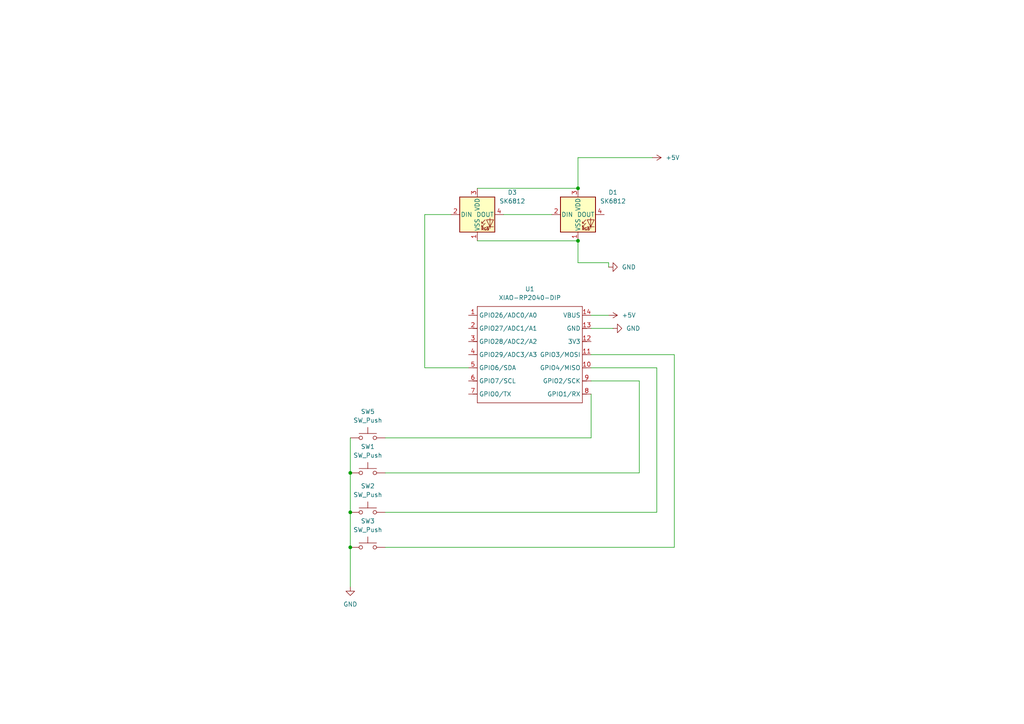
<source format=kicad_sch>
(kicad_sch
	(version 20250114)
	(generator "eeschema")
	(generator_version "9.0")
	(uuid "b55e37cd-c83c-43ab-a441-dc424e97ffdb")
	(paper "A4")
	(lib_symbols
		(symbol "LED:SK6812"
			(pin_names
				(offset 0.254)
			)
			(exclude_from_sim no)
			(in_bom yes)
			(on_board yes)
			(property "Reference" "D"
				(at 5.08 5.715 0)
				(effects
					(font
						(size 1.27 1.27)
					)
					(justify right bottom)
				)
			)
			(property "Value" "SK6812"
				(at 1.27 -5.715 0)
				(effects
					(font
						(size 1.27 1.27)
					)
					(justify left top)
				)
			)
			(property "Footprint" "LED_SMD:LED_SK6812_PLCC4_5.0x5.0mm_P3.2mm"
				(at 1.27 -7.62 0)
				(effects
					(font
						(size 1.27 1.27)
					)
					(justify left top)
					(hide yes)
				)
			)
			(property "Datasheet" "https://cdn-shop.adafruit.com/product-files/1138/SK6812+LED+datasheet+.pdf"
				(at 2.54 -9.525 0)
				(effects
					(font
						(size 1.27 1.27)
					)
					(justify left top)
					(hide yes)
				)
			)
			(property "Description" "RGB LED with integrated controller"
				(at 0 0 0)
				(effects
					(font
						(size 1.27 1.27)
					)
					(hide yes)
				)
			)
			(property "ki_keywords" "RGB LED NeoPixel addressable"
				(at 0 0 0)
				(effects
					(font
						(size 1.27 1.27)
					)
					(hide yes)
				)
			)
			(property "ki_fp_filters" "LED*SK6812*PLCC*5.0x5.0mm*P3.2mm*"
				(at 0 0 0)
				(effects
					(font
						(size 1.27 1.27)
					)
					(hide yes)
				)
			)
			(symbol "SK6812_0_0"
				(text "RGB"
					(at 2.286 -4.191 0)
					(effects
						(font
							(size 0.762 0.762)
						)
					)
				)
			)
			(symbol "SK6812_0_1"
				(polyline
					(pts
						(xy 1.27 -2.54) (xy 1.778 -2.54)
					)
					(stroke
						(width 0)
						(type default)
					)
					(fill
						(type none)
					)
				)
				(polyline
					(pts
						(xy 1.27 -3.556) (xy 1.778 -3.556)
					)
					(stroke
						(width 0)
						(type default)
					)
					(fill
						(type none)
					)
				)
				(polyline
					(pts
						(xy 2.286 -1.524) (xy 1.27 -2.54) (xy 1.27 -2.032)
					)
					(stroke
						(width 0)
						(type default)
					)
					(fill
						(type none)
					)
				)
				(polyline
					(pts
						(xy 2.286 -2.54) (xy 1.27 -3.556) (xy 1.27 -3.048)
					)
					(stroke
						(width 0)
						(type default)
					)
					(fill
						(type none)
					)
				)
				(polyline
					(pts
						(xy 3.683 -1.016) (xy 3.683 -3.556) (xy 3.683 -4.064)
					)
					(stroke
						(width 0)
						(type default)
					)
					(fill
						(type none)
					)
				)
				(polyline
					(pts
						(xy 4.699 -1.524) (xy 2.667 -1.524) (xy 3.683 -3.556) (xy 4.699 -1.524)
					)
					(stroke
						(width 0)
						(type default)
					)
					(fill
						(type none)
					)
				)
				(polyline
					(pts
						(xy 4.699 -3.556) (xy 2.667 -3.556)
					)
					(stroke
						(width 0)
						(type default)
					)
					(fill
						(type none)
					)
				)
				(rectangle
					(start 5.08 5.08)
					(end -5.08 -5.08)
					(stroke
						(width 0.254)
						(type default)
					)
					(fill
						(type background)
					)
				)
			)
			(symbol "SK6812_1_1"
				(pin input line
					(at -7.62 0 0)
					(length 2.54)
					(name "DIN"
						(effects
							(font
								(size 1.27 1.27)
							)
						)
					)
					(number "2"
						(effects
							(font
								(size 1.27 1.27)
							)
						)
					)
				)
				(pin power_in line
					(at 0 7.62 270)
					(length 2.54)
					(name "VDD"
						(effects
							(font
								(size 1.27 1.27)
							)
						)
					)
					(number "3"
						(effects
							(font
								(size 1.27 1.27)
							)
						)
					)
				)
				(pin power_in line
					(at 0 -7.62 90)
					(length 2.54)
					(name "VSS"
						(effects
							(font
								(size 1.27 1.27)
							)
						)
					)
					(number "1"
						(effects
							(font
								(size 1.27 1.27)
							)
						)
					)
				)
				(pin output line
					(at 7.62 0 180)
					(length 2.54)
					(name "DOUT"
						(effects
							(font
								(size 1.27 1.27)
							)
						)
					)
					(number "4"
						(effects
							(font
								(size 1.27 1.27)
							)
						)
					)
				)
			)
			(embedded_fonts no)
		)
		(symbol "OPL Libary:XIAO-RP2040-DIP"
			(exclude_from_sim no)
			(in_bom yes)
			(on_board yes)
			(property "Reference" "U"
				(at 0 0 0)
				(effects
					(font
						(size 1.27 1.27)
					)
				)
			)
			(property "Value" "XIAO-RP2040-DIP"
				(at 5.334 -1.778 0)
				(effects
					(font
						(size 1.27 1.27)
					)
				)
			)
			(property "Footprint" "Module:MOUDLE14P-XIAO-DIP-SMD"
				(at 14.478 -32.258 0)
				(effects
					(font
						(size 1.27 1.27)
					)
					(hide yes)
				)
			)
			(property "Datasheet" ""
				(at 0 0 0)
				(effects
					(font
						(size 1.27 1.27)
					)
					(hide yes)
				)
			)
			(property "Description" ""
				(at 0 0 0)
				(effects
					(font
						(size 1.27 1.27)
					)
					(hide yes)
				)
			)
			(symbol "XIAO-RP2040-DIP_1_0"
				(polyline
					(pts
						(xy -1.27 -2.54) (xy 29.21 -2.54)
					)
					(stroke
						(width 0.1524)
						(type solid)
					)
					(fill
						(type none)
					)
				)
				(polyline
					(pts
						(xy -1.27 -5.08) (xy -2.54 -5.08)
					)
					(stroke
						(width 0.1524)
						(type solid)
					)
					(fill
						(type none)
					)
				)
				(polyline
					(pts
						(xy -1.27 -5.08) (xy -1.27 -2.54)
					)
					(stroke
						(width 0.1524)
						(type solid)
					)
					(fill
						(type none)
					)
				)
				(polyline
					(pts
						(xy -1.27 -8.89) (xy -2.54 -8.89)
					)
					(stroke
						(width 0.1524)
						(type solid)
					)
					(fill
						(type none)
					)
				)
				(polyline
					(pts
						(xy -1.27 -8.89) (xy -1.27 -5.08)
					)
					(stroke
						(width 0.1524)
						(type solid)
					)
					(fill
						(type none)
					)
				)
				(polyline
					(pts
						(xy -1.27 -12.7) (xy -2.54 -12.7)
					)
					(stroke
						(width 0.1524)
						(type solid)
					)
					(fill
						(type none)
					)
				)
				(polyline
					(pts
						(xy -1.27 -12.7) (xy -1.27 -8.89)
					)
					(stroke
						(width 0.1524)
						(type solid)
					)
					(fill
						(type none)
					)
				)
				(polyline
					(pts
						(xy -1.27 -16.51) (xy -2.54 -16.51)
					)
					(stroke
						(width 0.1524)
						(type solid)
					)
					(fill
						(type none)
					)
				)
				(polyline
					(pts
						(xy -1.27 -16.51) (xy -1.27 -12.7)
					)
					(stroke
						(width 0.1524)
						(type solid)
					)
					(fill
						(type none)
					)
				)
				(polyline
					(pts
						(xy -1.27 -20.32) (xy -2.54 -20.32)
					)
					(stroke
						(width 0.1524)
						(type solid)
					)
					(fill
						(type none)
					)
				)
				(polyline
					(pts
						(xy -1.27 -24.13) (xy -2.54 -24.13)
					)
					(stroke
						(width 0.1524)
						(type solid)
					)
					(fill
						(type none)
					)
				)
				(polyline
					(pts
						(xy -1.27 -27.94) (xy -2.54 -27.94)
					)
					(stroke
						(width 0.1524)
						(type solid)
					)
					(fill
						(type none)
					)
				)
				(polyline
					(pts
						(xy -1.27 -30.48) (xy -1.27 -16.51)
					)
					(stroke
						(width 0.1524)
						(type solid)
					)
					(fill
						(type none)
					)
				)
				(polyline
					(pts
						(xy 29.21 -2.54) (xy 29.21 -5.08)
					)
					(stroke
						(width 0.1524)
						(type solid)
					)
					(fill
						(type none)
					)
				)
				(polyline
					(pts
						(xy 29.21 -5.08) (xy 29.21 -8.89)
					)
					(stroke
						(width 0.1524)
						(type solid)
					)
					(fill
						(type none)
					)
				)
				(polyline
					(pts
						(xy 29.21 -8.89) (xy 29.21 -12.7)
					)
					(stroke
						(width 0.1524)
						(type solid)
					)
					(fill
						(type none)
					)
				)
				(polyline
					(pts
						(xy 29.21 -12.7) (xy 29.21 -30.48)
					)
					(stroke
						(width 0.1524)
						(type solid)
					)
					(fill
						(type none)
					)
				)
				(polyline
					(pts
						(xy 29.21 -30.48) (xy -1.27 -30.48)
					)
					(stroke
						(width 0.1524)
						(type solid)
					)
					(fill
						(type none)
					)
				)
				(polyline
					(pts
						(xy 30.48 -5.08) (xy 29.21 -5.08)
					)
					(stroke
						(width 0.1524)
						(type solid)
					)
					(fill
						(type none)
					)
				)
				(polyline
					(pts
						(xy 30.48 -8.89) (xy 29.21 -8.89)
					)
					(stroke
						(width 0.1524)
						(type solid)
					)
					(fill
						(type none)
					)
				)
				(polyline
					(pts
						(xy 30.48 -12.7) (xy 29.21 -12.7)
					)
					(stroke
						(width 0.1524)
						(type solid)
					)
					(fill
						(type none)
					)
				)
				(polyline
					(pts
						(xy 30.48 -16.51) (xy 29.21 -16.51)
					)
					(stroke
						(width 0.1524)
						(type solid)
					)
					(fill
						(type none)
					)
				)
				(polyline
					(pts
						(xy 30.48 -20.32) (xy 29.21 -20.32)
					)
					(stroke
						(width 0.1524)
						(type solid)
					)
					(fill
						(type none)
					)
				)
				(polyline
					(pts
						(xy 30.48 -24.13) (xy 29.21 -24.13)
					)
					(stroke
						(width 0.1524)
						(type solid)
					)
					(fill
						(type none)
					)
				)
				(polyline
					(pts
						(xy 30.48 -27.94) (xy 29.21 -27.94)
					)
					(stroke
						(width 0.1524)
						(type solid)
					)
					(fill
						(type none)
					)
				)
				(pin passive line
					(at -3.81 -5.08 0)
					(length 2.54)
					(name "GPIO26/ADC0/A0"
						(effects
							(font
								(size 1.27 1.27)
							)
						)
					)
					(number "1"
						(effects
							(font
								(size 1.27 1.27)
							)
						)
					)
				)
				(pin passive line
					(at -3.81 -8.89 0)
					(length 2.54)
					(name "GPIO27/ADC1/A1"
						(effects
							(font
								(size 1.27 1.27)
							)
						)
					)
					(number "2"
						(effects
							(font
								(size 1.27 1.27)
							)
						)
					)
				)
				(pin passive line
					(at -3.81 -12.7 0)
					(length 2.54)
					(name "GPIO28/ADC2/A2"
						(effects
							(font
								(size 1.27 1.27)
							)
						)
					)
					(number "3"
						(effects
							(font
								(size 1.27 1.27)
							)
						)
					)
				)
				(pin passive line
					(at -3.81 -16.51 0)
					(length 2.54)
					(name "GPIO29/ADC3/A3"
						(effects
							(font
								(size 1.27 1.27)
							)
						)
					)
					(number "4"
						(effects
							(font
								(size 1.27 1.27)
							)
						)
					)
				)
				(pin passive line
					(at -3.81 -20.32 0)
					(length 2.54)
					(name "GPIO6/SDA"
						(effects
							(font
								(size 1.27 1.27)
							)
						)
					)
					(number "5"
						(effects
							(font
								(size 1.27 1.27)
							)
						)
					)
				)
				(pin passive line
					(at -3.81 -24.13 0)
					(length 2.54)
					(name "GPIO7/SCL"
						(effects
							(font
								(size 1.27 1.27)
							)
						)
					)
					(number "6"
						(effects
							(font
								(size 1.27 1.27)
							)
						)
					)
				)
				(pin passive line
					(at -3.81 -27.94 0)
					(length 2.54)
					(name "GPIO0/TX"
						(effects
							(font
								(size 1.27 1.27)
							)
						)
					)
					(number "7"
						(effects
							(font
								(size 1.27 1.27)
							)
						)
					)
				)
				(pin passive line
					(at 31.75 -5.08 180)
					(length 2.54)
					(name "VBUS"
						(effects
							(font
								(size 1.27 1.27)
							)
						)
					)
					(number "14"
						(effects
							(font
								(size 1.27 1.27)
							)
						)
					)
				)
				(pin passive line
					(at 31.75 -8.89 180)
					(length 2.54)
					(name "GND"
						(effects
							(font
								(size 1.27 1.27)
							)
						)
					)
					(number "13"
						(effects
							(font
								(size 1.27 1.27)
							)
						)
					)
				)
				(pin passive line
					(at 31.75 -12.7 180)
					(length 2.54)
					(name "3V3"
						(effects
							(font
								(size 1.27 1.27)
							)
						)
					)
					(number "12"
						(effects
							(font
								(size 1.27 1.27)
							)
						)
					)
				)
				(pin passive line
					(at 31.75 -16.51 180)
					(length 2.54)
					(name "GPIO3/MOSI"
						(effects
							(font
								(size 1.27 1.27)
							)
						)
					)
					(number "11"
						(effects
							(font
								(size 1.27 1.27)
							)
						)
					)
				)
				(pin passive line
					(at 31.75 -20.32 180)
					(length 2.54)
					(name "GPIO4/MISO"
						(effects
							(font
								(size 1.27 1.27)
							)
						)
					)
					(number "10"
						(effects
							(font
								(size 1.27 1.27)
							)
						)
					)
				)
				(pin passive line
					(at 31.75 -24.13 180)
					(length 2.54)
					(name "GPIO2/SCK"
						(effects
							(font
								(size 1.27 1.27)
							)
						)
					)
					(number "9"
						(effects
							(font
								(size 1.27 1.27)
							)
						)
					)
				)
				(pin passive line
					(at 31.75 -27.94 180)
					(length 2.54)
					(name "GPIO1/RX"
						(effects
							(font
								(size 1.27 1.27)
							)
						)
					)
					(number "8"
						(effects
							(font
								(size 1.27 1.27)
							)
						)
					)
				)
			)
			(embedded_fonts no)
		)
		(symbol "Switch:SW_Push"
			(pin_numbers
				(hide yes)
			)
			(pin_names
				(offset 1.016)
				(hide yes)
			)
			(exclude_from_sim no)
			(in_bom yes)
			(on_board yes)
			(property "Reference" "SW"
				(at 1.27 2.54 0)
				(effects
					(font
						(size 1.27 1.27)
					)
					(justify left)
				)
			)
			(property "Value" "SW_Push"
				(at 0 -1.524 0)
				(effects
					(font
						(size 1.27 1.27)
					)
				)
			)
			(property "Footprint" ""
				(at 0 5.08 0)
				(effects
					(font
						(size 1.27 1.27)
					)
					(hide yes)
				)
			)
			(property "Datasheet" "~"
				(at 0 5.08 0)
				(effects
					(font
						(size 1.27 1.27)
					)
					(hide yes)
				)
			)
			(property "Description" "Push button switch, generic, two pins"
				(at 0 0 0)
				(effects
					(font
						(size 1.27 1.27)
					)
					(hide yes)
				)
			)
			(property "ki_keywords" "switch normally-open pushbutton push-button"
				(at 0 0 0)
				(effects
					(font
						(size 1.27 1.27)
					)
					(hide yes)
				)
			)
			(symbol "SW_Push_0_1"
				(circle
					(center -2.032 0)
					(radius 0.508)
					(stroke
						(width 0)
						(type default)
					)
					(fill
						(type none)
					)
				)
				(polyline
					(pts
						(xy 0 1.27) (xy 0 3.048)
					)
					(stroke
						(width 0)
						(type default)
					)
					(fill
						(type none)
					)
				)
				(circle
					(center 2.032 0)
					(radius 0.508)
					(stroke
						(width 0)
						(type default)
					)
					(fill
						(type none)
					)
				)
				(polyline
					(pts
						(xy 2.54 1.27) (xy -2.54 1.27)
					)
					(stroke
						(width 0)
						(type default)
					)
					(fill
						(type none)
					)
				)
				(pin passive line
					(at -5.08 0 0)
					(length 2.54)
					(name "1"
						(effects
							(font
								(size 1.27 1.27)
							)
						)
					)
					(number "1"
						(effects
							(font
								(size 1.27 1.27)
							)
						)
					)
				)
				(pin passive line
					(at 5.08 0 180)
					(length 2.54)
					(name "2"
						(effects
							(font
								(size 1.27 1.27)
							)
						)
					)
					(number "2"
						(effects
							(font
								(size 1.27 1.27)
							)
						)
					)
				)
			)
			(embedded_fonts no)
		)
		(symbol "power:+5V"
			(power)
			(pin_numbers
				(hide yes)
			)
			(pin_names
				(offset 0)
				(hide yes)
			)
			(exclude_from_sim no)
			(in_bom yes)
			(on_board yes)
			(property "Reference" "#PWR"
				(at 0 -3.81 0)
				(effects
					(font
						(size 1.27 1.27)
					)
					(hide yes)
				)
			)
			(property "Value" "+5V"
				(at 0 3.556 0)
				(effects
					(font
						(size 1.27 1.27)
					)
				)
			)
			(property "Footprint" ""
				(at 0 0 0)
				(effects
					(font
						(size 1.27 1.27)
					)
					(hide yes)
				)
			)
			(property "Datasheet" ""
				(at 0 0 0)
				(effects
					(font
						(size 1.27 1.27)
					)
					(hide yes)
				)
			)
			(property "Description" "Power symbol creates a global label with name \"+5V\""
				(at 0 0 0)
				(effects
					(font
						(size 1.27 1.27)
					)
					(hide yes)
				)
			)
			(property "ki_keywords" "global power"
				(at 0 0 0)
				(effects
					(font
						(size 1.27 1.27)
					)
					(hide yes)
				)
			)
			(symbol "+5V_0_1"
				(polyline
					(pts
						(xy -0.762 1.27) (xy 0 2.54)
					)
					(stroke
						(width 0)
						(type default)
					)
					(fill
						(type none)
					)
				)
				(polyline
					(pts
						(xy 0 2.54) (xy 0.762 1.27)
					)
					(stroke
						(width 0)
						(type default)
					)
					(fill
						(type none)
					)
				)
				(polyline
					(pts
						(xy 0 0) (xy 0 2.54)
					)
					(stroke
						(width 0)
						(type default)
					)
					(fill
						(type none)
					)
				)
			)
			(symbol "+5V_1_1"
				(pin power_in line
					(at 0 0 90)
					(length 0)
					(name "~"
						(effects
							(font
								(size 1.27 1.27)
							)
						)
					)
					(number "1"
						(effects
							(font
								(size 1.27 1.27)
							)
						)
					)
				)
			)
			(embedded_fonts no)
		)
		(symbol "power:GND"
			(power)
			(pin_numbers
				(hide yes)
			)
			(pin_names
				(offset 0)
				(hide yes)
			)
			(exclude_from_sim no)
			(in_bom yes)
			(on_board yes)
			(property "Reference" "#PWR"
				(at 0 -6.35 0)
				(effects
					(font
						(size 1.27 1.27)
					)
					(hide yes)
				)
			)
			(property "Value" "GND"
				(at 0 -3.81 0)
				(effects
					(font
						(size 1.27 1.27)
					)
				)
			)
			(property "Footprint" ""
				(at 0 0 0)
				(effects
					(font
						(size 1.27 1.27)
					)
					(hide yes)
				)
			)
			(property "Datasheet" ""
				(at 0 0 0)
				(effects
					(font
						(size 1.27 1.27)
					)
					(hide yes)
				)
			)
			(property "Description" "Power symbol creates a global label with name \"GND\" , ground"
				(at 0 0 0)
				(effects
					(font
						(size 1.27 1.27)
					)
					(hide yes)
				)
			)
			(property "ki_keywords" "global power"
				(at 0 0 0)
				(effects
					(font
						(size 1.27 1.27)
					)
					(hide yes)
				)
			)
			(symbol "GND_0_1"
				(polyline
					(pts
						(xy 0 0) (xy 0 -1.27) (xy 1.27 -1.27) (xy 0 -2.54) (xy -1.27 -1.27) (xy 0 -1.27)
					)
					(stroke
						(width 0)
						(type default)
					)
					(fill
						(type none)
					)
				)
			)
			(symbol "GND_1_1"
				(pin power_in line
					(at 0 0 270)
					(length 0)
					(name "~"
						(effects
							(font
								(size 1.27 1.27)
							)
						)
					)
					(number "1"
						(effects
							(font
								(size 1.27 1.27)
							)
						)
					)
				)
			)
			(embedded_fonts no)
		)
	)
	(junction
		(at 101.6 148.59)
		(diameter 0)
		(color 0 0 0 0)
		(uuid "21095727-17c1-42fe-881b-778b2a224de0")
	)
	(junction
		(at 167.64 54.61)
		(diameter 0)
		(color 0 0 0 0)
		(uuid "616f4a93-dcc0-48a8-989c-fd79069648ee")
	)
	(junction
		(at 101.6 137.16)
		(diameter 0)
		(color 0 0 0 0)
		(uuid "b7e59087-2aea-4bdf-a885-67544344831f")
	)
	(junction
		(at 167.64 69.85)
		(diameter 0)
		(color 0 0 0 0)
		(uuid "bf387c7e-a70b-4d24-84d2-c8b3c7f5a0cf")
	)
	(junction
		(at 101.6 158.75)
		(diameter 0)
		(color 0 0 0 0)
		(uuid "eb1b5907-1763-489d-893f-28233de50f25")
	)
	(wire
		(pts
			(xy 111.76 137.16) (xy 185.42 137.16)
		)
		(stroke
			(width 0)
			(type default)
		)
		(uuid "0f7fbb93-a66c-4588-981b-c54bcc703c70")
	)
	(wire
		(pts
			(xy 135.89 106.68) (xy 123.19 106.68)
		)
		(stroke
			(width 0)
			(type default)
		)
		(uuid "116d4e4d-5138-4a6b-81d5-70394a386fb6")
	)
	(wire
		(pts
			(xy 171.45 95.25) (xy 177.8 95.25)
		)
		(stroke
			(width 0)
			(type default)
		)
		(uuid "1171ecd3-18a2-478f-90e1-6e4de4f4af27")
	)
	(wire
		(pts
			(xy 176.53 76.2) (xy 176.53 77.47)
		)
		(stroke
			(width 0)
			(type default)
		)
		(uuid "206211de-2ce9-463e-88fb-236a6a122a39")
	)
	(wire
		(pts
			(xy 111.76 148.59) (xy 190.5 148.59)
		)
		(stroke
			(width 0)
			(type default)
		)
		(uuid "221b0d05-c175-40ef-8c37-4e72714527f0")
	)
	(wire
		(pts
			(xy 138.43 69.85) (xy 167.64 69.85)
		)
		(stroke
			(width 0)
			(type default)
		)
		(uuid "23295ffd-c178-4525-9f06-96d5deec414c")
	)
	(wire
		(pts
			(xy 185.42 137.16) (xy 185.42 110.49)
		)
		(stroke
			(width 0)
			(type default)
		)
		(uuid "250414d1-b311-41d5-a5c5-5d200dc8d512")
	)
	(wire
		(pts
			(xy 146.05 62.23) (xy 160.02 62.23)
		)
		(stroke
			(width 0)
			(type default)
		)
		(uuid "26f29dbc-aeb1-429c-8886-c7c928c02444")
	)
	(wire
		(pts
			(xy 189.23 45.72) (xy 167.64 45.72)
		)
		(stroke
			(width 0)
			(type default)
		)
		(uuid "27785540-a4d0-4401-bf02-5b8d389a86fa")
	)
	(wire
		(pts
			(xy 138.43 54.61) (xy 167.64 54.61)
		)
		(stroke
			(width 0)
			(type default)
		)
		(uuid "2da727b4-8ba2-420c-98a0-f5d7055fdc54")
	)
	(wire
		(pts
			(xy 130.81 62.23) (xy 123.19 62.23)
		)
		(stroke
			(width 0)
			(type default)
		)
		(uuid "5fe51468-cf7b-4dd1-86d8-85541dd5e6a7")
	)
	(wire
		(pts
			(xy 171.45 127) (xy 171.45 114.3)
		)
		(stroke
			(width 0)
			(type default)
		)
		(uuid "6f45c6b1-00bb-4ba1-bff2-e595dabd0b39")
	)
	(wire
		(pts
			(xy 167.64 76.2) (xy 176.53 76.2)
		)
		(stroke
			(width 0)
			(type default)
		)
		(uuid "7990ec95-dd0e-459a-9f93-6333b870d6de")
	)
	(wire
		(pts
			(xy 101.6 137.16) (xy 101.6 148.59)
		)
		(stroke
			(width 0)
			(type default)
		)
		(uuid "7ae94077-5dd6-49c0-8c98-4e73e10a3965")
	)
	(wire
		(pts
			(xy 167.64 69.85) (xy 167.64 76.2)
		)
		(stroke
			(width 0)
			(type default)
		)
		(uuid "92c7da84-7c1b-455b-89f4-a60bc4823da5")
	)
	(wire
		(pts
			(xy 195.58 158.75) (xy 195.58 102.87)
		)
		(stroke
			(width 0)
			(type default)
		)
		(uuid "a66967e0-27aa-403e-86af-ed097d097197")
	)
	(wire
		(pts
			(xy 101.6 127) (xy 101.6 137.16)
		)
		(stroke
			(width 0)
			(type default)
		)
		(uuid "a8be1703-0c29-44b3-aa65-8adf1627e186")
	)
	(wire
		(pts
			(xy 101.6 158.75) (xy 101.6 170.18)
		)
		(stroke
			(width 0)
			(type default)
		)
		(uuid "aba8b2da-4312-470a-b0b5-b673476b75a5")
	)
	(wire
		(pts
			(xy 185.42 110.49) (xy 171.45 110.49)
		)
		(stroke
			(width 0)
			(type default)
		)
		(uuid "d88408d8-216a-4af3-9b74-04dbe3cb805c")
	)
	(wire
		(pts
			(xy 190.5 106.68) (xy 171.45 106.68)
		)
		(stroke
			(width 0)
			(type default)
		)
		(uuid "db63fa8b-bda2-4647-9a67-70e6ead53175")
	)
	(wire
		(pts
			(xy 111.76 158.75) (xy 195.58 158.75)
		)
		(stroke
			(width 0)
			(type default)
		)
		(uuid "dce5f051-4a61-4c90-8315-00dd3c54d585")
	)
	(wire
		(pts
			(xy 171.45 91.44) (xy 176.53 91.44)
		)
		(stroke
			(width 0)
			(type default)
		)
		(uuid "df8ece23-bf79-426f-9944-919339c878eb")
	)
	(wire
		(pts
			(xy 167.64 45.72) (xy 167.64 54.61)
		)
		(stroke
			(width 0)
			(type default)
		)
		(uuid "e4dede35-0b23-44e7-9ab8-02877bae03eb")
	)
	(wire
		(pts
			(xy 111.76 127) (xy 171.45 127)
		)
		(stroke
			(width 0)
			(type default)
		)
		(uuid "f1a9ec6f-6c9e-44af-b924-d4686916a55c")
	)
	(wire
		(pts
			(xy 123.19 62.23) (xy 123.19 106.68)
		)
		(stroke
			(width 0)
			(type default)
		)
		(uuid "fa6149e7-bdac-4909-b48f-38fdf2a95f24")
	)
	(wire
		(pts
			(xy 101.6 148.59) (xy 101.6 158.75)
		)
		(stroke
			(width 0)
			(type default)
		)
		(uuid "fbc75f1b-9543-4de7-9040-efb3cacded8c")
	)
	(wire
		(pts
			(xy 190.5 148.59) (xy 190.5 106.68)
		)
		(stroke
			(width 0)
			(type default)
		)
		(uuid "fc34424a-c98d-4b25-af9c-eb7687c79832")
	)
	(wire
		(pts
			(xy 195.58 102.87) (xy 171.45 102.87)
		)
		(stroke
			(width 0)
			(type default)
		)
		(uuid "ff2cc02a-199f-496b-a858-5a1b8329455d")
	)
	(symbol
		(lib_id "Switch:SW_Push")
		(at 106.68 137.16 0)
		(unit 1)
		(exclude_from_sim no)
		(in_bom yes)
		(on_board yes)
		(dnp no)
		(fields_autoplaced yes)
		(uuid "008fc1e1-d70a-4bef-8cd9-64ab3f388e9b")
		(property "Reference" "SW1"
			(at 106.68 129.54 0)
			(effects
				(font
					(size 1.27 1.27)
				)
			)
		)
		(property "Value" "SW_Push"
			(at 106.68 132.08 0)
			(effects
				(font
					(size 1.27 1.27)
				)
			)
		)
		(property "Footprint" "Button_Switch_Keyboard:SW_Cherry_MX_1.00u_PCB"
			(at 106.68 132.08 0)
			(effects
				(font
					(size 1.27 1.27)
				)
				(hide yes)
			)
		)
		(property "Datasheet" "~"
			(at 106.68 132.08 0)
			(effects
				(font
					(size 1.27 1.27)
				)
				(hide yes)
			)
		)
		(property "Description" "Push button switch, generic, two pins"
			(at 106.68 137.16 0)
			(effects
				(font
					(size 1.27 1.27)
				)
				(hide yes)
			)
		)
		(pin "1"
			(uuid "9a4bfb14-151f-4e73-9516-99cd96110715")
		)
		(pin "2"
			(uuid "6d168d60-e59e-4194-9b85-3a066893b259")
		)
		(instances
			(project "ki"
				(path "/b55e37cd-c83c-43ab-a441-dc424e97ffdb"
					(reference "SW1")
					(unit 1)
				)
			)
		)
	)
	(symbol
		(lib_id "power:GND")
		(at 176.53 77.47 90)
		(unit 1)
		(exclude_from_sim no)
		(in_bom yes)
		(on_board yes)
		(dnp no)
		(fields_autoplaced yes)
		(uuid "3eda3115-293a-4309-bf0c-8c280308f837")
		(property "Reference" "#PWR05"
			(at 182.88 77.47 0)
			(effects
				(font
					(size 1.27 1.27)
				)
				(hide yes)
			)
		)
		(property "Value" "GND"
			(at 180.34 77.4699 90)
			(effects
				(font
					(size 1.27 1.27)
				)
				(justify right)
			)
		)
		(property "Footprint" ""
			(at 176.53 77.47 0)
			(effects
				(font
					(size 1.27 1.27)
				)
				(hide yes)
			)
		)
		(property "Datasheet" ""
			(at 176.53 77.47 0)
			(effects
				(font
					(size 1.27 1.27)
				)
				(hide yes)
			)
		)
		(property "Description" "Power symbol creates a global label with name \"GND\" , ground"
			(at 176.53 77.47 0)
			(effects
				(font
					(size 1.27 1.27)
				)
				(hide yes)
			)
		)
		(pin "1"
			(uuid "9a66a6e9-f3f7-4cf5-9e57-4f46de9b7547")
		)
		(instances
			(project "ki"
				(path "/b55e37cd-c83c-43ab-a441-dc424e97ffdb"
					(reference "#PWR05")
					(unit 1)
				)
			)
		)
	)
	(symbol
		(lib_id "OPL Libary:XIAO-RP2040-DIP")
		(at 139.7 86.36 0)
		(unit 1)
		(exclude_from_sim no)
		(in_bom yes)
		(on_board yes)
		(dnp no)
		(fields_autoplaced yes)
		(uuid "4b5337be-f9cb-42d3-8845-c802406a473d")
		(property "Reference" "U1"
			(at 153.67 83.82 0)
			(effects
				(font
					(size 1.27 1.27)
				)
			)
		)
		(property "Value" "XIAO-RP2040-DIP"
			(at 153.67 86.36 0)
			(effects
				(font
					(size 1.27 1.27)
				)
			)
		)
		(property "Footprint" "OPL Lib:XIAO-RP2040-DIP"
			(at 154.178 118.618 0)
			(effects
				(font
					(size 1.27 1.27)
				)
				(hide yes)
			)
		)
		(property "Datasheet" ""
			(at 139.7 86.36 0)
			(effects
				(font
					(size 1.27 1.27)
				)
				(hide yes)
			)
		)
		(property "Description" ""
			(at 139.7 86.36 0)
			(effects
				(font
					(size 1.27 1.27)
				)
				(hide yes)
			)
		)
		(pin "12"
			(uuid "cc9c7fff-3506-469d-b48f-03e19ff74036")
		)
		(pin "10"
			(uuid "5d919532-b91f-4b07-9fad-4730a32a3054")
		)
		(pin "1"
			(uuid "c1338f39-a615-4f20-a3be-532f7be5307d")
		)
		(pin "2"
			(uuid "dcc7b094-368b-4bc2-92e0-2ff038001f65")
		)
		(pin "3"
			(uuid "496da921-b703-4ab4-8d0b-14cd06db9a85")
		)
		(pin "5"
			(uuid "7c94befa-ed41-42de-abfd-23cf628c6877")
		)
		(pin "14"
			(uuid "81acc607-a7e4-409d-8659-390ab58003f3")
		)
		(pin "4"
			(uuid "a4021280-131d-4d42-a645-b0683aa3ca0b")
		)
		(pin "13"
			(uuid "6f2a4d01-0698-4e20-bd1a-3d245947e29b")
		)
		(pin "6"
			(uuid "a6953b70-29db-48d1-aa5e-c110e62f3e96")
		)
		(pin "7"
			(uuid "1f3a2f04-d3eb-484c-9b79-abf31d5a0511")
		)
		(pin "11"
			(uuid "41c5f268-01ea-4c0f-b21d-fc85262a5190")
		)
		(pin "9"
			(uuid "0b4cad60-5434-4959-bdcb-16bad7c54c8f")
		)
		(pin "8"
			(uuid "67121cb3-6650-431d-b65a-689fd1fc9d41")
		)
		(instances
			(project ""
				(path "/b55e37cd-c83c-43ab-a441-dc424e97ffdb"
					(reference "U1")
					(unit 1)
				)
			)
		)
	)
	(symbol
		(lib_id "LED:SK6812")
		(at 138.43 62.23 0)
		(unit 1)
		(exclude_from_sim no)
		(in_bom yes)
		(on_board yes)
		(dnp no)
		(fields_autoplaced yes)
		(uuid "6b2c1f64-c6b4-467b-aee0-2d82eba0fd5a")
		(property "Reference" "D3"
			(at 148.59 55.8098 0)
			(effects
				(font
					(size 1.27 1.27)
				)
			)
		)
		(property "Value" "SK6812"
			(at 148.59 58.3498 0)
			(effects
				(font
					(size 1.27 1.27)
				)
			)
		)
		(property "Footprint" "LED_SMD:LED_SK6812MINI_PLCC4_3.5x3.5mm_P1.75mm"
			(at 139.7 69.85 0)
			(effects
				(font
					(size 1.27 1.27)
				)
				(justify left top)
				(hide yes)
			)
		)
		(property "Datasheet" "https://cdn-shop.adafruit.com/product-files/1138/SK6812+LED+datasheet+.pdf"
			(at 140.97 71.755 0)
			(effects
				(font
					(size 1.27 1.27)
				)
				(justify left top)
				(hide yes)
			)
		)
		(property "Description" "RGB LED with integrated controller"
			(at 138.43 62.23 0)
			(effects
				(font
					(size 1.27 1.27)
				)
				(hide yes)
			)
		)
		(pin "2"
			(uuid "50b90853-c04f-4dba-a61b-35ffaec88799")
		)
		(pin "3"
			(uuid "53e1d9f9-93d0-4637-81c8-ce7b6437bc82")
		)
		(pin "1"
			(uuid "91266238-b588-414b-a455-83a4d3f20eb3")
		)
		(pin "4"
			(uuid "a9708682-56bf-420e-89ac-abd097f869e6")
		)
		(instances
			(project ""
				(path "/b55e37cd-c83c-43ab-a441-dc424e97ffdb"
					(reference "D3")
					(unit 1)
				)
			)
		)
	)
	(symbol
		(lib_id "power:GND")
		(at 177.8 95.25 90)
		(unit 1)
		(exclude_from_sim no)
		(in_bom yes)
		(on_board yes)
		(dnp no)
		(fields_autoplaced yes)
		(uuid "6b65dcd9-ecff-42b6-bed2-0d78626eca24")
		(property "Reference" "#PWR02"
			(at 184.15 95.25 0)
			(effects
				(font
					(size 1.27 1.27)
				)
				(hide yes)
			)
		)
		(property "Value" "GND"
			(at 181.61 95.2499 90)
			(effects
				(font
					(size 1.27 1.27)
				)
				(justify right)
			)
		)
		(property "Footprint" ""
			(at 177.8 95.25 0)
			(effects
				(font
					(size 1.27 1.27)
				)
				(hide yes)
			)
		)
		(property "Datasheet" ""
			(at 177.8 95.25 0)
			(effects
				(font
					(size 1.27 1.27)
				)
				(hide yes)
			)
		)
		(property "Description" "Power symbol creates a global label with name \"GND\" , ground"
			(at 177.8 95.25 0)
			(effects
				(font
					(size 1.27 1.27)
				)
				(hide yes)
			)
		)
		(pin "1"
			(uuid "519b9c84-4ad0-49f6-864c-f4789384e1a3")
		)
		(instances
			(project ""
				(path "/b55e37cd-c83c-43ab-a441-dc424e97ffdb"
					(reference "#PWR02")
					(unit 1)
				)
			)
		)
	)
	(symbol
		(lib_id "power:GND")
		(at 101.6 170.18 0)
		(unit 1)
		(exclude_from_sim no)
		(in_bom yes)
		(on_board yes)
		(dnp no)
		(fields_autoplaced yes)
		(uuid "97ca771d-849c-4ba0-9f2c-d36a8fe3deb7")
		(property "Reference" "#PWR04"
			(at 101.6 176.53 0)
			(effects
				(font
					(size 1.27 1.27)
				)
				(hide yes)
			)
		)
		(property "Value" "GND"
			(at 101.6 175.26 0)
			(effects
				(font
					(size 1.27 1.27)
				)
			)
		)
		(property "Footprint" ""
			(at 101.6 170.18 0)
			(effects
				(font
					(size 1.27 1.27)
				)
				(hide yes)
			)
		)
		(property "Datasheet" ""
			(at 101.6 170.18 0)
			(effects
				(font
					(size 1.27 1.27)
				)
				(hide yes)
			)
		)
		(property "Description" "Power symbol creates a global label with name \"GND\" , ground"
			(at 101.6 170.18 0)
			(effects
				(font
					(size 1.27 1.27)
				)
				(hide yes)
			)
		)
		(pin "1"
			(uuid "0e5c93d1-8c61-4c43-99d3-af574d98a422")
		)
		(instances
			(project "ki"
				(path "/b55e37cd-c83c-43ab-a441-dc424e97ffdb"
					(reference "#PWR04")
					(unit 1)
				)
			)
		)
	)
	(symbol
		(lib_id "power:+5V")
		(at 189.23 45.72 270)
		(unit 1)
		(exclude_from_sim no)
		(in_bom yes)
		(on_board yes)
		(dnp no)
		(fields_autoplaced yes)
		(uuid "a17106f5-f49a-4a2f-a928-8b7317ccdf45")
		(property "Reference" "#PWR03"
			(at 185.42 45.72 0)
			(effects
				(font
					(size 1.27 1.27)
				)
				(hide yes)
			)
		)
		(property "Value" "+5V"
			(at 193.04 45.7199 90)
			(effects
				(font
					(size 1.27 1.27)
				)
				(justify left)
			)
		)
		(property "Footprint" ""
			(at 189.23 45.72 0)
			(effects
				(font
					(size 1.27 1.27)
				)
				(hide yes)
			)
		)
		(property "Datasheet" ""
			(at 189.23 45.72 0)
			(effects
				(font
					(size 1.27 1.27)
				)
				(hide yes)
			)
		)
		(property "Description" "Power symbol creates a global label with name \"+5V\""
			(at 189.23 45.72 0)
			(effects
				(font
					(size 1.27 1.27)
				)
				(hide yes)
			)
		)
		(pin "1"
			(uuid "fe969db1-a3ce-42d7-b96d-c97ea1458237")
		)
		(instances
			(project "ki"
				(path "/b55e37cd-c83c-43ab-a441-dc424e97ffdb"
					(reference "#PWR03")
					(unit 1)
				)
			)
		)
	)
	(symbol
		(lib_id "Switch:SW_Push")
		(at 106.68 148.59 0)
		(unit 1)
		(exclude_from_sim no)
		(in_bom yes)
		(on_board yes)
		(dnp no)
		(fields_autoplaced yes)
		(uuid "bacc159d-db89-4acd-a4a5-08e010aaad70")
		(property "Reference" "SW2"
			(at 106.68 140.97 0)
			(effects
				(font
					(size 1.27 1.27)
				)
			)
		)
		(property "Value" "SW_Push"
			(at 106.68 143.51 0)
			(effects
				(font
					(size 1.27 1.27)
				)
			)
		)
		(property "Footprint" "Button_Switch_Keyboard:SW_Cherry_MX_1.00u_PCB"
			(at 106.68 143.51 0)
			(effects
				(font
					(size 1.27 1.27)
				)
				(hide yes)
			)
		)
		(property "Datasheet" "~"
			(at 106.68 143.51 0)
			(effects
				(font
					(size 1.27 1.27)
				)
				(hide yes)
			)
		)
		(property "Description" "Push button switch, generic, two pins"
			(at 106.68 148.59 0)
			(effects
				(font
					(size 1.27 1.27)
				)
				(hide yes)
			)
		)
		(pin "1"
			(uuid "a43b87e8-7574-4203-8508-8e535098217a")
		)
		(pin "2"
			(uuid "14b71fbd-0217-4df6-aab5-8f116408e458")
		)
		(instances
			(project "ki"
				(path "/b55e37cd-c83c-43ab-a441-dc424e97ffdb"
					(reference "SW2")
					(unit 1)
				)
			)
		)
	)
	(symbol
		(lib_id "power:+5V")
		(at 176.53 91.44 270)
		(unit 1)
		(exclude_from_sim no)
		(in_bom yes)
		(on_board yes)
		(dnp no)
		(fields_autoplaced yes)
		(uuid "c349c53a-4cc9-4f74-a47d-a1ca440f3f10")
		(property "Reference" "#PWR01"
			(at 172.72 91.44 0)
			(effects
				(font
					(size 1.27 1.27)
				)
				(hide yes)
			)
		)
		(property "Value" "+5V"
			(at 180.34 91.4399 90)
			(effects
				(font
					(size 1.27 1.27)
				)
				(justify left)
			)
		)
		(property "Footprint" ""
			(at 176.53 91.44 0)
			(effects
				(font
					(size 1.27 1.27)
				)
				(hide yes)
			)
		)
		(property "Datasheet" ""
			(at 176.53 91.44 0)
			(effects
				(font
					(size 1.27 1.27)
				)
				(hide yes)
			)
		)
		(property "Description" "Power symbol creates a global label with name \"+5V\""
			(at 176.53 91.44 0)
			(effects
				(font
					(size 1.27 1.27)
				)
				(hide yes)
			)
		)
		(pin "1"
			(uuid "88463745-5705-4a52-a7c8-ec4dceeeaeb0")
		)
		(instances
			(project ""
				(path "/b55e37cd-c83c-43ab-a441-dc424e97ffdb"
					(reference "#PWR01")
					(unit 1)
				)
			)
		)
	)
	(symbol
		(lib_id "Switch:SW_Push")
		(at 106.68 127 0)
		(unit 1)
		(exclude_from_sim no)
		(in_bom yes)
		(on_board yes)
		(dnp no)
		(fields_autoplaced yes)
		(uuid "c4586af2-26d2-4708-b2db-5a5253d2f290")
		(property "Reference" "SW5"
			(at 106.68 119.38 0)
			(effects
				(font
					(size 1.27 1.27)
				)
			)
		)
		(property "Value" "SW_Push"
			(at 106.68 121.92 0)
			(effects
				(font
					(size 1.27 1.27)
				)
			)
		)
		(property "Footprint" "Button_Switch_Keyboard:SW_Cherry_MX_1.00u_PCB"
			(at 106.68 121.92 0)
			(effects
				(font
					(size 1.27 1.27)
				)
				(hide yes)
			)
		)
		(property "Datasheet" "~"
			(at 106.68 121.92 0)
			(effects
				(font
					(size 1.27 1.27)
				)
				(hide yes)
			)
		)
		(property "Description" "Push button switch, generic, two pins"
			(at 106.68 127 0)
			(effects
				(font
					(size 1.27 1.27)
				)
				(hide yes)
			)
		)
		(pin "1"
			(uuid "41b57893-0f57-485e-986d-512cc58c1b6b")
		)
		(pin "2"
			(uuid "4477be49-5677-4434-93fa-6386bc1e9902")
		)
		(instances
			(project ""
				(path "/b55e37cd-c83c-43ab-a441-dc424e97ffdb"
					(reference "SW5")
					(unit 1)
				)
			)
		)
	)
	(symbol
		(lib_id "LED:SK6812")
		(at 167.64 62.23 0)
		(unit 1)
		(exclude_from_sim no)
		(in_bom yes)
		(on_board yes)
		(dnp no)
		(fields_autoplaced yes)
		(uuid "e6e8bea1-b5d5-4671-8808-4ada2d85e02d")
		(property "Reference" "D1"
			(at 177.8 55.8098 0)
			(effects
				(font
					(size 1.27 1.27)
				)
			)
		)
		(property "Value" "SK6812"
			(at 177.8 58.3498 0)
			(effects
				(font
					(size 1.27 1.27)
				)
			)
		)
		(property "Footprint" "LED_SMD:LED_SK6812MINI_PLCC4_3.5x3.5mm_P1.75mm"
			(at 168.91 69.85 0)
			(effects
				(font
					(size 1.27 1.27)
				)
				(justify left top)
				(hide yes)
			)
		)
		(property "Datasheet" "https://cdn-shop.adafruit.com/product-files/1138/SK6812+LED+datasheet+.pdf"
			(at 170.18 71.755 0)
			(effects
				(font
					(size 1.27 1.27)
				)
				(justify left top)
				(hide yes)
			)
		)
		(property "Description" "RGB LED with integrated controller"
			(at 167.64 62.23 0)
			(effects
				(font
					(size 1.27 1.27)
				)
				(hide yes)
			)
		)
		(pin "2"
			(uuid "d7181a86-64b7-4248-ae36-39724d0b7b37")
		)
		(pin "3"
			(uuid "3b850311-7615-46e5-a269-708797c8b61b")
		)
		(pin "1"
			(uuid "97adb727-18cb-44b8-9a06-639fb5ca4c72")
		)
		(pin "4"
			(uuid "7cd78a78-f58b-4493-89c8-82f2cc5760f3")
		)
		(instances
			(project "ki"
				(path "/b55e37cd-c83c-43ab-a441-dc424e97ffdb"
					(reference "D1")
					(unit 1)
				)
			)
		)
	)
	(symbol
		(lib_id "Switch:SW_Push")
		(at 106.68 158.75 0)
		(unit 1)
		(exclude_from_sim no)
		(in_bom yes)
		(on_board yes)
		(dnp no)
		(fields_autoplaced yes)
		(uuid "f02a4ca9-4304-4f54-8cff-137b4442ad82")
		(property "Reference" "SW3"
			(at 106.68 151.13 0)
			(effects
				(font
					(size 1.27 1.27)
				)
			)
		)
		(property "Value" "SW_Push"
			(at 106.68 153.67 0)
			(effects
				(font
					(size 1.27 1.27)
				)
			)
		)
		(property "Footprint" "Button_Switch_Keyboard:SW_Cherry_MX_1.00u_PCB"
			(at 106.68 153.67 0)
			(effects
				(font
					(size 1.27 1.27)
				)
				(hide yes)
			)
		)
		(property "Datasheet" "~"
			(at 106.68 153.67 0)
			(effects
				(font
					(size 1.27 1.27)
				)
				(hide yes)
			)
		)
		(property "Description" "Push button switch, generic, two pins"
			(at 106.68 158.75 0)
			(effects
				(font
					(size 1.27 1.27)
				)
				(hide yes)
			)
		)
		(pin "1"
			(uuid "f4163da7-81e4-4896-a691-5446b78f33de")
		)
		(pin "2"
			(uuid "cd8b9128-2da2-4b9e-88f0-3e62bc10e47e")
		)
		(instances
			(project "ki"
				(path "/b55e37cd-c83c-43ab-a441-dc424e97ffdb"
					(reference "SW3")
					(unit 1)
				)
			)
		)
	)
	(sheet_instances
		(path "/"
			(page "1")
		)
	)
	(embedded_fonts no)
)

</source>
